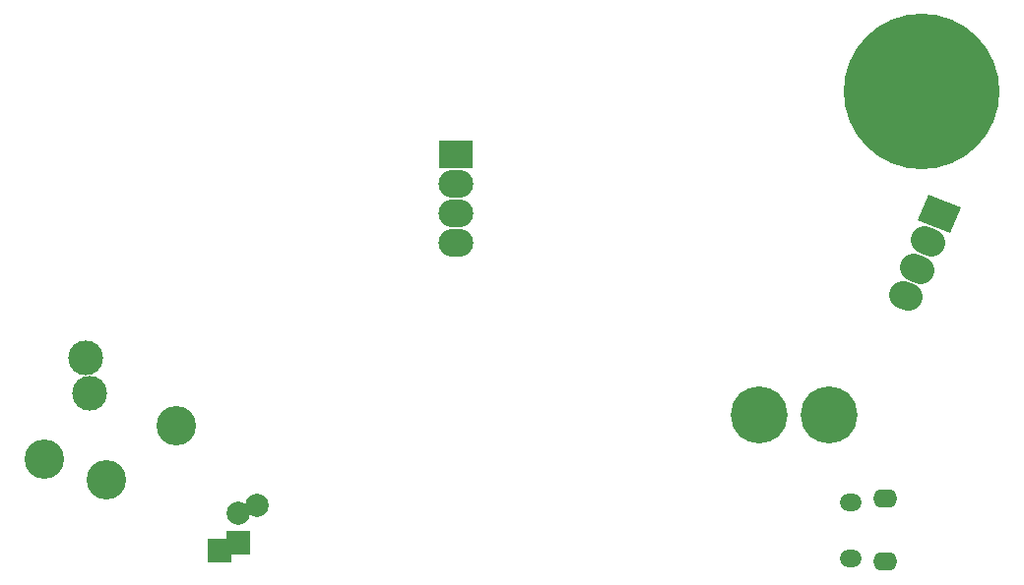
<source format=gbs>
G04 #@! TF.FileFunction,Soldermask,Bot*
%FSLAX46Y46*%
G04 Gerber Fmt 4.6, Leading zero omitted, Abs format (unit mm)*
G04 Created by KiCad (PCBNEW 4.0.7-e2-6376~58~ubuntu16.04.1) date Tue Mar 27 00:42:42 2018*
%MOMM*%
%LPD*%
G01*
G04 APERTURE LIST*
%ADD10C,0.100000*%
%ADD11C,3.400000*%
%ADD12C,3.000000*%
%ADD13C,2.400000*%
%ADD14R,2.000000X2.000000*%
%ADD15C,2.000000*%
%ADD16C,4.900000*%
%ADD17O,1.900000X1.500000*%
%ADD18O,2.100000X1.600000*%
%ADD19C,13.400000*%
%ADD20R,3.000000X2.400000*%
%ADD21O,3.000000X2.400000*%
G04 APERTURE END LIST*
D10*
D11*
X99198075Y-72451614D03*
D12*
X102756765Y-63778914D03*
X103105933Y-66800186D03*
D11*
X110554260Y-69616643D03*
X104533171Y-74281027D03*
D10*
G36*
X175218752Y-49705469D02*
X178000304Y-50829289D01*
X177101248Y-53054531D01*
X174319696Y-51930711D01*
X175218752Y-49705469D01*
X175218752Y-49705469D01*
G37*
D13*
X175486654Y-53847429D02*
X174930344Y-53622665D01*
X174535154Y-56202476D02*
X173978844Y-55977712D01*
X173583653Y-58557523D02*
X173027343Y-58332759D01*
D14*
X115900000Y-79680000D03*
D15*
X115900000Y-77180000D03*
D14*
X114300000Y-80350937D03*
D15*
X117500000Y-76509063D03*
D16*
X166700000Y-68700000D03*
X160700000Y-68700000D03*
D17*
X168530000Y-81020000D03*
X168530000Y-76180000D03*
D18*
X171530000Y-81330000D03*
X171530000Y-75870000D03*
D19*
X174680000Y-40850000D03*
D20*
X134615000Y-46270000D03*
D21*
X134615000Y-48810000D03*
X134615000Y-51350000D03*
X134615000Y-53890000D03*
M02*

</source>
